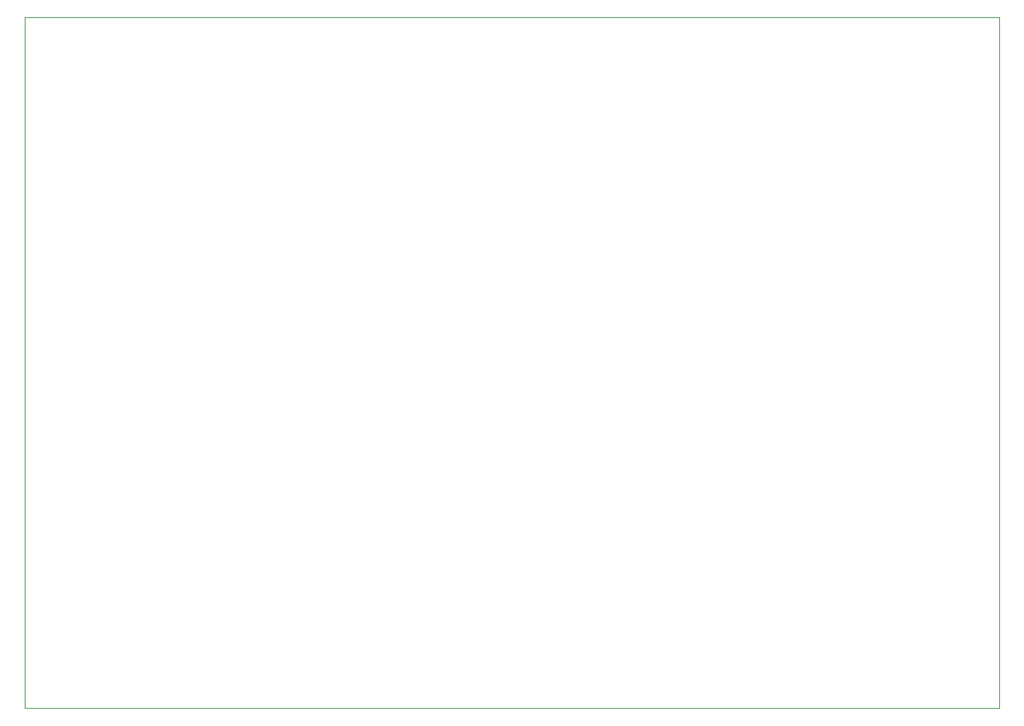
<source format=gbr>
G04 #@! TF.FileFunction,Profile,NP*
%FSLAX46Y46*%
G04 Gerber Fmt 4.6, Leading zero omitted, Abs format (unit mm)*
G04 Created by KiCad (PCBNEW 4.0.5+dfsg1-4) date Sat Jul  7 08:12:10 2018*
%MOMM*%
%LPD*%
G01*
G04 APERTURE LIST*
%ADD10C,0.100000*%
G04 APERTURE END LIST*
D10*
X100000000Y-55936000D02*
X210000000Y-55936000D01*
X100000000Y-133936000D02*
X100000000Y-130936000D01*
X210000000Y-133936000D02*
X210000000Y-130936000D01*
X100000000Y-130936000D02*
X100000000Y-55936000D01*
X210000000Y-133936000D02*
X100000000Y-133936000D01*
X210000000Y-55936000D02*
X210000000Y-130936000D01*
M02*

</source>
